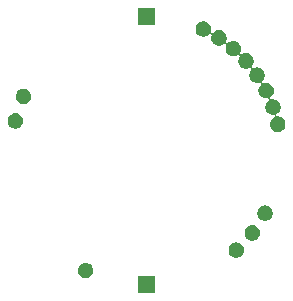
<source format=gts>
G04 #@! TF.GenerationSoftware,KiCad,Pcbnew,5.0.2-bee76a0~70~ubuntu18.04.1*
G04 #@! TF.CreationDate,2019-05-15T03:21:57+02:00*
G04 #@! TF.ProjectId,ring,72696e67-2e6b-4696-9361-645f70636258,rev?*
G04 #@! TF.SameCoordinates,Original*
G04 #@! TF.FileFunction,Soldermask,Top*
G04 #@! TF.FilePolarity,Negative*
%FSLAX46Y46*%
G04 Gerber Fmt 4.6, Leading zero omitted, Abs format (unit mm)*
G04 Created by KiCad (PCBNEW 5.0.2-bee76a0~70~ubuntu18.04.1) date Mi 15 Mai 2019 03:21:57 CEST*
%MOMM*%
%LPD*%
G01*
G04 APERTURE LIST*
%ADD10C,0.100000*%
G04 APERTURE END LIST*
D10*
G36*
X110726000Y-92076000D02*
X109274000Y-92076000D01*
X109274000Y-90624000D01*
X110726000Y-90624000D01*
X110726000Y-92076000D01*
X110726000Y-92076000D01*
G37*
G36*
X105059890Y-89514017D02*
X105178361Y-89563089D01*
X105284992Y-89634338D01*
X105375662Y-89725008D01*
X105446911Y-89831639D01*
X105495983Y-89950110D01*
X105521000Y-90075881D01*
X105521000Y-90204119D01*
X105495983Y-90329890D01*
X105446911Y-90448361D01*
X105375662Y-90554992D01*
X105284992Y-90645662D01*
X105178361Y-90716911D01*
X105059890Y-90765983D01*
X104934119Y-90791000D01*
X104805881Y-90791000D01*
X104680110Y-90765983D01*
X104561639Y-90716911D01*
X104455008Y-90645662D01*
X104364338Y-90554992D01*
X104293089Y-90448361D01*
X104244017Y-90329890D01*
X104219000Y-90204119D01*
X104219000Y-90075881D01*
X104244017Y-89950110D01*
X104293089Y-89831639D01*
X104364338Y-89725008D01*
X104455008Y-89634338D01*
X104561639Y-89563089D01*
X104680110Y-89514017D01*
X104805881Y-89489000D01*
X104934119Y-89489000D01*
X105059890Y-89514017D01*
X105059890Y-89514017D01*
G37*
G36*
X117819890Y-87784017D02*
X117938361Y-87833089D01*
X118044992Y-87904338D01*
X118135662Y-87995008D01*
X118206911Y-88101639D01*
X118255983Y-88220110D01*
X118281000Y-88345881D01*
X118281000Y-88474119D01*
X118255983Y-88599890D01*
X118206911Y-88718361D01*
X118135662Y-88824992D01*
X118044992Y-88915662D01*
X117938361Y-88986911D01*
X117819890Y-89035983D01*
X117694119Y-89061000D01*
X117565881Y-89061000D01*
X117440110Y-89035983D01*
X117321639Y-88986911D01*
X117215008Y-88915662D01*
X117124338Y-88824992D01*
X117053089Y-88718361D01*
X117004017Y-88599890D01*
X116979000Y-88474119D01*
X116979000Y-88345881D01*
X117004017Y-88220110D01*
X117053089Y-88101639D01*
X117124338Y-87995008D01*
X117215008Y-87904338D01*
X117321639Y-87833089D01*
X117440110Y-87784017D01*
X117565881Y-87759000D01*
X117694119Y-87759000D01*
X117819890Y-87784017D01*
X117819890Y-87784017D01*
G37*
G36*
X119169890Y-86334017D02*
X119288361Y-86383089D01*
X119394992Y-86454338D01*
X119485662Y-86545008D01*
X119556911Y-86651639D01*
X119605983Y-86770110D01*
X119631000Y-86895881D01*
X119631000Y-87024119D01*
X119605983Y-87149890D01*
X119556911Y-87268361D01*
X119485662Y-87374992D01*
X119394992Y-87465662D01*
X119288361Y-87536911D01*
X119169890Y-87585983D01*
X119044119Y-87611000D01*
X118915881Y-87611000D01*
X118790110Y-87585983D01*
X118671639Y-87536911D01*
X118565008Y-87465662D01*
X118474338Y-87374992D01*
X118403089Y-87268361D01*
X118354017Y-87149890D01*
X118329000Y-87024119D01*
X118329000Y-86895881D01*
X118354017Y-86770110D01*
X118403089Y-86651639D01*
X118474338Y-86545008D01*
X118565008Y-86454338D01*
X118671639Y-86383089D01*
X118790110Y-86334017D01*
X118915881Y-86309000D01*
X119044119Y-86309000D01*
X119169890Y-86334017D01*
X119169890Y-86334017D01*
G37*
G36*
X120249890Y-84654017D02*
X120368361Y-84703089D01*
X120474992Y-84774338D01*
X120565662Y-84865008D01*
X120636911Y-84971639D01*
X120685983Y-85090110D01*
X120711000Y-85215881D01*
X120711000Y-85344119D01*
X120685983Y-85469890D01*
X120636911Y-85588361D01*
X120565662Y-85694992D01*
X120474992Y-85785662D01*
X120368361Y-85856911D01*
X120249890Y-85905983D01*
X120124119Y-85931000D01*
X119995881Y-85931000D01*
X119870110Y-85905983D01*
X119751639Y-85856911D01*
X119645008Y-85785662D01*
X119554338Y-85694992D01*
X119483089Y-85588361D01*
X119434017Y-85469890D01*
X119409000Y-85344119D01*
X119409000Y-85215881D01*
X119434017Y-85090110D01*
X119483089Y-84971639D01*
X119554338Y-84865008D01*
X119645008Y-84774338D01*
X119751639Y-84703089D01*
X119870110Y-84654017D01*
X119995881Y-84629000D01*
X120124119Y-84629000D01*
X120249890Y-84654017D01*
X120249890Y-84654017D01*
G37*
G36*
X115029890Y-69084017D02*
X115148361Y-69133089D01*
X115254992Y-69204338D01*
X115345662Y-69295008D01*
X115345664Y-69295011D01*
X115345665Y-69295012D01*
X115416909Y-69401636D01*
X115416911Y-69401639D01*
X115465983Y-69520110D01*
X115491000Y-69645882D01*
X115491000Y-69774118D01*
X115471314Y-69873091D01*
X115466054Y-69899532D01*
X115463652Y-69923918D01*
X115466054Y-69948305D01*
X115473167Y-69971754D01*
X115484718Y-69993364D01*
X115500264Y-70012307D01*
X115519206Y-70027852D01*
X115540817Y-70039403D01*
X115564266Y-70046516D01*
X115588652Y-70048918D01*
X115613039Y-70046516D01*
X115636488Y-70039403D01*
X115658098Y-70027852D01*
X115677040Y-70012306D01*
X115745008Y-69944338D01*
X115812065Y-69899532D01*
X115851636Y-69873091D01*
X115851639Y-69873089D01*
X115970110Y-69824017D01*
X116095881Y-69799000D01*
X116224119Y-69799000D01*
X116349890Y-69824017D01*
X116468361Y-69873089D01*
X116468364Y-69873091D01*
X116507936Y-69899532D01*
X116574992Y-69944338D01*
X116665662Y-70035008D01*
X116665664Y-70035011D01*
X116665665Y-70035012D01*
X116716493Y-70111082D01*
X116736911Y-70141639D01*
X116785983Y-70260110D01*
X116811000Y-70385881D01*
X116811000Y-70514119D01*
X116785983Y-70639890D01*
X116755311Y-70713939D01*
X116748198Y-70737388D01*
X116745796Y-70761774D01*
X116748198Y-70786161D01*
X116755311Y-70809610D01*
X116766863Y-70831221D01*
X116782408Y-70850163D01*
X116801350Y-70865708D01*
X116822961Y-70877259D01*
X116846410Y-70884372D01*
X116870796Y-70886774D01*
X116895183Y-70884372D01*
X116918632Y-70877259D01*
X116940243Y-70865707D01*
X116959184Y-70850162D01*
X116965008Y-70844338D01*
X116984639Y-70831221D01*
X117071636Y-70773091D01*
X117071639Y-70773089D01*
X117190110Y-70724017D01*
X117315881Y-70699000D01*
X117444119Y-70699000D01*
X117569890Y-70724017D01*
X117688361Y-70773089D01*
X117688364Y-70773091D01*
X117775362Y-70831221D01*
X117794992Y-70844338D01*
X117885662Y-70935008D01*
X117885664Y-70935011D01*
X117885665Y-70935012D01*
X117956909Y-71041636D01*
X117956911Y-71041639D01*
X118005983Y-71160110D01*
X118031000Y-71285881D01*
X118031000Y-71414119D01*
X118005983Y-71539890D01*
X117956910Y-71658363D01*
X117950137Y-71668500D01*
X117938586Y-71690111D01*
X117931473Y-71713561D01*
X117929072Y-71737947D01*
X117931474Y-71762333D01*
X117938588Y-71785782D01*
X117950139Y-71807393D01*
X117965685Y-71826335D01*
X117984627Y-71841880D01*
X118006238Y-71853431D01*
X118029688Y-71860544D01*
X118054074Y-71862945D01*
X118078460Y-71860543D01*
X118101909Y-71853429D01*
X118123517Y-71841880D01*
X118134995Y-71834211D01*
X118151638Y-71823089D01*
X118270110Y-71774017D01*
X118395881Y-71749000D01*
X118524119Y-71749000D01*
X118649890Y-71774017D01*
X118768361Y-71823089D01*
X118768364Y-71823091D01*
X118867688Y-71889457D01*
X118874992Y-71894338D01*
X118965662Y-71985008D01*
X119036911Y-72091639D01*
X119085983Y-72210110D01*
X119111000Y-72335881D01*
X119111000Y-72464119D01*
X119085983Y-72589890D01*
X119036911Y-72708361D01*
X119036909Y-72708364D01*
X118965665Y-72814988D01*
X118965663Y-72814990D01*
X118960081Y-72823344D01*
X118957221Y-72826829D01*
X118945670Y-72848440D01*
X118938557Y-72871889D01*
X118936155Y-72896275D01*
X118938557Y-72920661D01*
X118945670Y-72944110D01*
X118957221Y-72965721D01*
X118972767Y-72984663D01*
X118991709Y-73000209D01*
X119013320Y-73011760D01*
X119036769Y-73018873D01*
X119061155Y-73021275D01*
X119085541Y-73018873D01*
X119108990Y-73011760D01*
X119200110Y-72974017D01*
X119325881Y-72949000D01*
X119454119Y-72949000D01*
X119579890Y-72974017D01*
X119698361Y-73023089D01*
X119804992Y-73094338D01*
X119895662Y-73185008D01*
X119966911Y-73291639D01*
X120015983Y-73410110D01*
X120041000Y-73535881D01*
X120041000Y-73664119D01*
X120015983Y-73789890D01*
X119966911Y-73908361D01*
X119895662Y-74014992D01*
X119828122Y-74082532D01*
X119812576Y-74101474D01*
X119801025Y-74123085D01*
X119793912Y-74146534D01*
X119791510Y-74170920D01*
X119793912Y-74195306D01*
X119801025Y-74218755D01*
X119812576Y-74240366D01*
X119828122Y-74259308D01*
X119847064Y-74274854D01*
X119868675Y-74286405D01*
X119892124Y-74293518D01*
X119916510Y-74295920D01*
X119940896Y-74293518D01*
X119964344Y-74286405D01*
X119970108Y-74284018D01*
X119970107Y-74284018D01*
X119970110Y-74284017D01*
X120064652Y-74265212D01*
X120095881Y-74259000D01*
X120224119Y-74259000D01*
X120349890Y-74284017D01*
X120468361Y-74333089D01*
X120574992Y-74404338D01*
X120665662Y-74495008D01*
X120736911Y-74601639D01*
X120785983Y-74720110D01*
X120811000Y-74845881D01*
X120811000Y-74974119D01*
X120785983Y-75099890D01*
X120736911Y-75218361D01*
X120665662Y-75324992D01*
X120574992Y-75415662D01*
X120574989Y-75415664D01*
X120574988Y-75415665D01*
X120557494Y-75427354D01*
X120538557Y-75442895D01*
X120523011Y-75461837D01*
X120511460Y-75483448D01*
X120504346Y-75506897D01*
X120501944Y-75531283D01*
X120504345Y-75555669D01*
X120511458Y-75579119D01*
X120523009Y-75600730D01*
X120538554Y-75619672D01*
X120557496Y-75635218D01*
X120579107Y-75646769D01*
X120602556Y-75653883D01*
X120626942Y-75656285D01*
X120651328Y-75653884D01*
X120651333Y-75653883D01*
X120675882Y-75649000D01*
X120804119Y-75649000D01*
X120929890Y-75674017D01*
X121048361Y-75723089D01*
X121154992Y-75794338D01*
X121245662Y-75885008D01*
X121316911Y-75991639D01*
X121365983Y-76110110D01*
X121391000Y-76235881D01*
X121391000Y-76364119D01*
X121365983Y-76489890D01*
X121316911Y-76608361D01*
X121245662Y-76714992D01*
X121154992Y-76805662D01*
X121154989Y-76805664D01*
X121154988Y-76805665D01*
X121082624Y-76854017D01*
X121043639Y-76880066D01*
X121024697Y-76895612D01*
X121009152Y-76914554D01*
X120997601Y-76936165D01*
X120990488Y-76959614D01*
X120988086Y-76984000D01*
X120990488Y-77008387D01*
X120997601Y-77031836D01*
X121009152Y-77053447D01*
X121024698Y-77072389D01*
X121043640Y-77087934D01*
X121065251Y-77099485D01*
X121088700Y-77106598D01*
X121113086Y-77109000D01*
X121204119Y-77109000D01*
X121329890Y-77134017D01*
X121448361Y-77183089D01*
X121554992Y-77254338D01*
X121645662Y-77345008D01*
X121716911Y-77451639D01*
X121765983Y-77570110D01*
X121791000Y-77695881D01*
X121791000Y-77824119D01*
X121765983Y-77949890D01*
X121716911Y-78068361D01*
X121645662Y-78174992D01*
X121554992Y-78265662D01*
X121448361Y-78336911D01*
X121329890Y-78385983D01*
X121204119Y-78411000D01*
X121075881Y-78411000D01*
X120950110Y-78385983D01*
X120831639Y-78336911D01*
X120725008Y-78265662D01*
X120634338Y-78174992D01*
X120563089Y-78068361D01*
X120514017Y-77949890D01*
X120489000Y-77824119D01*
X120489000Y-77695881D01*
X120514017Y-77570110D01*
X120563089Y-77451639D01*
X120634338Y-77345008D01*
X120725008Y-77254338D01*
X120836361Y-77179934D01*
X120855303Y-77164388D01*
X120870848Y-77145446D01*
X120882399Y-77123835D01*
X120889512Y-77100386D01*
X120891914Y-77076000D01*
X120889512Y-77051613D01*
X120882399Y-77028164D01*
X120870848Y-77006553D01*
X120855302Y-76987611D01*
X120836360Y-76972066D01*
X120814749Y-76960515D01*
X120791300Y-76953402D01*
X120766914Y-76951000D01*
X120675881Y-76951000D01*
X120550110Y-76925983D01*
X120431639Y-76876911D01*
X120397376Y-76854017D01*
X120325012Y-76805665D01*
X120325011Y-76805664D01*
X120325008Y-76805662D01*
X120234338Y-76714992D01*
X120163089Y-76608361D01*
X120114017Y-76489890D01*
X120089000Y-76364119D01*
X120089000Y-76235881D01*
X120114017Y-76110110D01*
X120163089Y-75991639D01*
X120234338Y-75885008D01*
X120325008Y-75794338D01*
X120325012Y-75794335D01*
X120342506Y-75782646D01*
X120361443Y-75767105D01*
X120376989Y-75748163D01*
X120388540Y-75726552D01*
X120395654Y-75703103D01*
X120398056Y-75678717D01*
X120395655Y-75654331D01*
X120388542Y-75630881D01*
X120376991Y-75609270D01*
X120361446Y-75590328D01*
X120342504Y-75574782D01*
X120320893Y-75563231D01*
X120297444Y-75556117D01*
X120273058Y-75553715D01*
X120248672Y-75556116D01*
X120224118Y-75561000D01*
X120095881Y-75561000D01*
X119970110Y-75535983D01*
X119851639Y-75486911D01*
X119846456Y-75483448D01*
X119745012Y-75415665D01*
X119745011Y-75415664D01*
X119745008Y-75415662D01*
X119654338Y-75324992D01*
X119583089Y-75218361D01*
X119534017Y-75099890D01*
X119509000Y-74974119D01*
X119509000Y-74845881D01*
X119534017Y-74720110D01*
X119583089Y-74601639D01*
X119654338Y-74495008D01*
X119721878Y-74427468D01*
X119737424Y-74408526D01*
X119748975Y-74386915D01*
X119756088Y-74363466D01*
X119758490Y-74339080D01*
X119756088Y-74314694D01*
X119748975Y-74291245D01*
X119737424Y-74269634D01*
X119721878Y-74250692D01*
X119702936Y-74235146D01*
X119681325Y-74223595D01*
X119657876Y-74216482D01*
X119633490Y-74214080D01*
X119609104Y-74216482D01*
X119585656Y-74223595D01*
X119581692Y-74225237D01*
X119579890Y-74225983D01*
X119485348Y-74244788D01*
X119454119Y-74251000D01*
X119325881Y-74251000D01*
X119200110Y-74225983D01*
X119081639Y-74176911D01*
X118975008Y-74105662D01*
X118884338Y-74014992D01*
X118813089Y-73908361D01*
X118764017Y-73789890D01*
X118739000Y-73664119D01*
X118739000Y-73535881D01*
X118764017Y-73410110D01*
X118813089Y-73291639D01*
X118813091Y-73291636D01*
X118884335Y-73185012D01*
X118884337Y-73185010D01*
X118889919Y-73176656D01*
X118892779Y-73173171D01*
X118904330Y-73151560D01*
X118911443Y-73128111D01*
X118913845Y-73103725D01*
X118911443Y-73079339D01*
X118904330Y-73055890D01*
X118892779Y-73034279D01*
X118877233Y-73015337D01*
X118858291Y-72999791D01*
X118836680Y-72988240D01*
X118813231Y-72981127D01*
X118788845Y-72978725D01*
X118764459Y-72981127D01*
X118741010Y-72988240D01*
X118649890Y-73025983D01*
X118524119Y-73051000D01*
X118395881Y-73051000D01*
X118270110Y-73025983D01*
X118151639Y-72976911D01*
X118045008Y-72905662D01*
X117954338Y-72814992D01*
X117883089Y-72708361D01*
X117834017Y-72589890D01*
X117809000Y-72464119D01*
X117809000Y-72335881D01*
X117834017Y-72210110D01*
X117883090Y-72091637D01*
X117889863Y-72081500D01*
X117901414Y-72059889D01*
X117908527Y-72036439D01*
X117910928Y-72012053D01*
X117908526Y-71987667D01*
X117901412Y-71964218D01*
X117889861Y-71942607D01*
X117874315Y-71923665D01*
X117855373Y-71908120D01*
X117833762Y-71896569D01*
X117810312Y-71889456D01*
X117785926Y-71887055D01*
X117761540Y-71889457D01*
X117738091Y-71896571D01*
X117716483Y-71908120D01*
X117705005Y-71915789D01*
X117688362Y-71926911D01*
X117569890Y-71975983D01*
X117444119Y-72001000D01*
X117315881Y-72001000D01*
X117190110Y-71975983D01*
X117071639Y-71926911D01*
X117015584Y-71889456D01*
X116965012Y-71855665D01*
X116965011Y-71855664D01*
X116965008Y-71855662D01*
X116874338Y-71764992D01*
X116803089Y-71658361D01*
X116754017Y-71539890D01*
X116729000Y-71414119D01*
X116729000Y-71285881D01*
X116754017Y-71160110D01*
X116784689Y-71086061D01*
X116791802Y-71062612D01*
X116794204Y-71038226D01*
X116791802Y-71013839D01*
X116784689Y-70990390D01*
X116773137Y-70968779D01*
X116757592Y-70949837D01*
X116738650Y-70934292D01*
X116717039Y-70922741D01*
X116693590Y-70915628D01*
X116669204Y-70913226D01*
X116644817Y-70915628D01*
X116621368Y-70922741D01*
X116599757Y-70934293D01*
X116580816Y-70949838D01*
X116574992Y-70955662D01*
X116574989Y-70955664D01*
X116574988Y-70955665D01*
X116523018Y-70990390D01*
X116468361Y-71026911D01*
X116349890Y-71075983D01*
X116224119Y-71101000D01*
X116095881Y-71101000D01*
X115970110Y-71075983D01*
X115851639Y-71026911D01*
X115796982Y-70990390D01*
X115745012Y-70955665D01*
X115745011Y-70955664D01*
X115745008Y-70955662D01*
X115654338Y-70864992D01*
X115644430Y-70850163D01*
X115583091Y-70758364D01*
X115583089Y-70758361D01*
X115534017Y-70639890D01*
X115509000Y-70514119D01*
X115509000Y-70385881D01*
X115528686Y-70286911D01*
X115533946Y-70260466D01*
X115536348Y-70236082D01*
X115533946Y-70211695D01*
X115526833Y-70188246D01*
X115515282Y-70166636D01*
X115499736Y-70147693D01*
X115480794Y-70132148D01*
X115459183Y-70120597D01*
X115435734Y-70113484D01*
X115411348Y-70111082D01*
X115386961Y-70113484D01*
X115363512Y-70120597D01*
X115341902Y-70132148D01*
X115322960Y-70147694D01*
X115254992Y-70215662D01*
X115254989Y-70215664D01*
X115254988Y-70215665D01*
X115148364Y-70286909D01*
X115148361Y-70286911D01*
X115029890Y-70335983D01*
X114904119Y-70361000D01*
X114775881Y-70361000D01*
X114650110Y-70335983D01*
X114531639Y-70286911D01*
X114531636Y-70286909D01*
X114425012Y-70215665D01*
X114425011Y-70215664D01*
X114425008Y-70215662D01*
X114334338Y-70124992D01*
X114326649Y-70113484D01*
X114263091Y-70018364D01*
X114263089Y-70018361D01*
X114214017Y-69899890D01*
X114189000Y-69774119D01*
X114189000Y-69645881D01*
X114214017Y-69520110D01*
X114263089Y-69401639D01*
X114263091Y-69401636D01*
X114334335Y-69295012D01*
X114334336Y-69295011D01*
X114334338Y-69295008D01*
X114425008Y-69204338D01*
X114531639Y-69133089D01*
X114650110Y-69084017D01*
X114775881Y-69059000D01*
X114904119Y-69059000D01*
X115029890Y-69084017D01*
X115029890Y-69084017D01*
G37*
G36*
X99109890Y-76854017D02*
X99228361Y-76903089D01*
X99228364Y-76903091D01*
X99312957Y-76959614D01*
X99334992Y-76974338D01*
X99425662Y-77065008D01*
X99496911Y-77171639D01*
X99545983Y-77290110D01*
X99571000Y-77415881D01*
X99571000Y-77544119D01*
X99545983Y-77669890D01*
X99496911Y-77788361D01*
X99425662Y-77894992D01*
X99334992Y-77985662D01*
X99228361Y-78056911D01*
X99109890Y-78105983D01*
X98984119Y-78131000D01*
X98855881Y-78131000D01*
X98730110Y-78105983D01*
X98611639Y-78056911D01*
X98505008Y-77985662D01*
X98414338Y-77894992D01*
X98343089Y-77788361D01*
X98294017Y-77669890D01*
X98269000Y-77544119D01*
X98269000Y-77415881D01*
X98294017Y-77290110D01*
X98343089Y-77171639D01*
X98414338Y-77065008D01*
X98505008Y-76974338D01*
X98527044Y-76959614D01*
X98611636Y-76903091D01*
X98611639Y-76903089D01*
X98730110Y-76854017D01*
X98855881Y-76829000D01*
X98984119Y-76829000D01*
X99109890Y-76854017D01*
X99109890Y-76854017D01*
G37*
G36*
X99799890Y-74774017D02*
X99918361Y-74823089D01*
X99918364Y-74823091D01*
X99952472Y-74845881D01*
X100024992Y-74894338D01*
X100115662Y-74985008D01*
X100186911Y-75091639D01*
X100235983Y-75210110D01*
X100261000Y-75335881D01*
X100261000Y-75464119D01*
X100235983Y-75589890D01*
X100186911Y-75708361D01*
X100186909Y-75708364D01*
X100137273Y-75782650D01*
X100115662Y-75814992D01*
X100024992Y-75905662D01*
X99918361Y-75976911D01*
X99799890Y-76025983D01*
X99674119Y-76051000D01*
X99545881Y-76051000D01*
X99420110Y-76025983D01*
X99301639Y-75976911D01*
X99195008Y-75905662D01*
X99104338Y-75814992D01*
X99082728Y-75782650D01*
X99033091Y-75708364D01*
X99033089Y-75708361D01*
X98984017Y-75589890D01*
X98959000Y-75464119D01*
X98959000Y-75335881D01*
X98984017Y-75210110D01*
X99033089Y-75091639D01*
X99104338Y-74985008D01*
X99195008Y-74894338D01*
X99267529Y-74845881D01*
X99301636Y-74823091D01*
X99301639Y-74823089D01*
X99420110Y-74774017D01*
X99545881Y-74749000D01*
X99674119Y-74749000D01*
X99799890Y-74774017D01*
X99799890Y-74774017D01*
G37*
G36*
X110726000Y-69376000D02*
X109274000Y-69376000D01*
X109274000Y-67924000D01*
X110726000Y-67924000D01*
X110726000Y-69376000D01*
X110726000Y-69376000D01*
G37*
M02*

</source>
